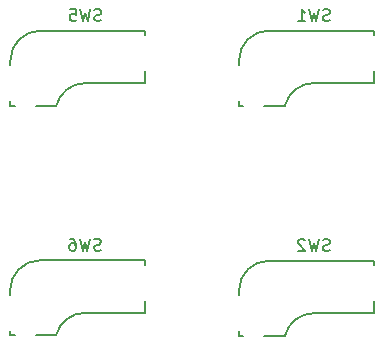
<source format=gbr>
%TF.GenerationSoftware,KiCad,Pcbnew,8.0.8*%
%TF.CreationDate,2025-06-15T23:17:14+08:00*%
%TF.ProjectId,2x2,3278322e-6b69-4636-9164-5f7063625858,rev?*%
%TF.SameCoordinates,Original*%
%TF.FileFunction,Legend,Bot*%
%TF.FilePolarity,Positive*%
%FSLAX46Y46*%
G04 Gerber Fmt 4.6, Leading zero omitted, Abs format (unit mm)*
G04 Created by KiCad (PCBNEW 8.0.8) date 2025-06-15 23:17:14*
%MOMM*%
%LPD*%
G01*
G04 APERTURE LIST*
%ADD10C,0.150000*%
G04 APERTURE END LIST*
D10*
X94043332Y-54483800D02*
X93900475Y-54531419D01*
X93900475Y-54531419D02*
X93662380Y-54531419D01*
X93662380Y-54531419D02*
X93567142Y-54483800D01*
X93567142Y-54483800D02*
X93519523Y-54436180D01*
X93519523Y-54436180D02*
X93471904Y-54340942D01*
X93471904Y-54340942D02*
X93471904Y-54245704D01*
X93471904Y-54245704D02*
X93519523Y-54150466D01*
X93519523Y-54150466D02*
X93567142Y-54102847D01*
X93567142Y-54102847D02*
X93662380Y-54055228D01*
X93662380Y-54055228D02*
X93852856Y-54007609D01*
X93852856Y-54007609D02*
X93948094Y-53959990D01*
X93948094Y-53959990D02*
X93995713Y-53912371D01*
X93995713Y-53912371D02*
X94043332Y-53817133D01*
X94043332Y-53817133D02*
X94043332Y-53721895D01*
X94043332Y-53721895D02*
X93995713Y-53626657D01*
X93995713Y-53626657D02*
X93948094Y-53579038D01*
X93948094Y-53579038D02*
X93852856Y-53531419D01*
X93852856Y-53531419D02*
X93614761Y-53531419D01*
X93614761Y-53531419D02*
X93471904Y-53579038D01*
X93138570Y-53531419D02*
X92900475Y-54531419D01*
X92900475Y-54531419D02*
X92709999Y-53817133D01*
X92709999Y-53817133D02*
X92519523Y-54531419D01*
X92519523Y-54531419D02*
X92281428Y-53531419D01*
X91471904Y-53531419D02*
X91662380Y-53531419D01*
X91662380Y-53531419D02*
X91757618Y-53579038D01*
X91757618Y-53579038D02*
X91805237Y-53626657D01*
X91805237Y-53626657D02*
X91900475Y-53769514D01*
X91900475Y-53769514D02*
X91948094Y-53959990D01*
X91948094Y-53959990D02*
X91948094Y-54340942D01*
X91948094Y-54340942D02*
X91900475Y-54436180D01*
X91900475Y-54436180D02*
X91852856Y-54483800D01*
X91852856Y-54483800D02*
X91757618Y-54531419D01*
X91757618Y-54531419D02*
X91567142Y-54531419D01*
X91567142Y-54531419D02*
X91471904Y-54483800D01*
X91471904Y-54483800D02*
X91424285Y-54436180D01*
X91424285Y-54436180D02*
X91376666Y-54340942D01*
X91376666Y-54340942D02*
X91376666Y-54102847D01*
X91376666Y-54102847D02*
X91424285Y-54007609D01*
X91424285Y-54007609D02*
X91471904Y-53959990D01*
X91471904Y-53959990D02*
X91567142Y-53912371D01*
X91567142Y-53912371D02*
X91757618Y-53912371D01*
X91757618Y-53912371D02*
X91852856Y-53959990D01*
X91852856Y-53959990D02*
X91900475Y-54007609D01*
X91900475Y-54007609D02*
X91948094Y-54102847D01*
X94068732Y-35027400D02*
X93925875Y-35075019D01*
X93925875Y-35075019D02*
X93687780Y-35075019D01*
X93687780Y-35075019D02*
X93592542Y-35027400D01*
X93592542Y-35027400D02*
X93544923Y-34979780D01*
X93544923Y-34979780D02*
X93497304Y-34884542D01*
X93497304Y-34884542D02*
X93497304Y-34789304D01*
X93497304Y-34789304D02*
X93544923Y-34694066D01*
X93544923Y-34694066D02*
X93592542Y-34646447D01*
X93592542Y-34646447D02*
X93687780Y-34598828D01*
X93687780Y-34598828D02*
X93878256Y-34551209D01*
X93878256Y-34551209D02*
X93973494Y-34503590D01*
X93973494Y-34503590D02*
X94021113Y-34455971D01*
X94021113Y-34455971D02*
X94068732Y-34360733D01*
X94068732Y-34360733D02*
X94068732Y-34265495D01*
X94068732Y-34265495D02*
X94021113Y-34170257D01*
X94021113Y-34170257D02*
X93973494Y-34122638D01*
X93973494Y-34122638D02*
X93878256Y-34075019D01*
X93878256Y-34075019D02*
X93640161Y-34075019D01*
X93640161Y-34075019D02*
X93497304Y-34122638D01*
X93163970Y-34075019D02*
X92925875Y-35075019D01*
X92925875Y-35075019D02*
X92735399Y-34360733D01*
X92735399Y-34360733D02*
X92544923Y-35075019D01*
X92544923Y-35075019D02*
X92306828Y-34075019D01*
X91449685Y-34075019D02*
X91925875Y-34075019D01*
X91925875Y-34075019D02*
X91973494Y-34551209D01*
X91973494Y-34551209D02*
X91925875Y-34503590D01*
X91925875Y-34503590D02*
X91830637Y-34455971D01*
X91830637Y-34455971D02*
X91592542Y-34455971D01*
X91592542Y-34455971D02*
X91497304Y-34503590D01*
X91497304Y-34503590D02*
X91449685Y-34551209D01*
X91449685Y-34551209D02*
X91402066Y-34646447D01*
X91402066Y-34646447D02*
X91402066Y-34884542D01*
X91402066Y-34884542D02*
X91449685Y-34979780D01*
X91449685Y-34979780D02*
X91497304Y-35027400D01*
X91497304Y-35027400D02*
X91592542Y-35075019D01*
X91592542Y-35075019D02*
X91830637Y-35075019D01*
X91830637Y-35075019D02*
X91925875Y-35027400D01*
X91925875Y-35027400D02*
X91973494Y-34979780D01*
X113423532Y-54509200D02*
X113280675Y-54556819D01*
X113280675Y-54556819D02*
X113042580Y-54556819D01*
X113042580Y-54556819D02*
X112947342Y-54509200D01*
X112947342Y-54509200D02*
X112899723Y-54461580D01*
X112899723Y-54461580D02*
X112852104Y-54366342D01*
X112852104Y-54366342D02*
X112852104Y-54271104D01*
X112852104Y-54271104D02*
X112899723Y-54175866D01*
X112899723Y-54175866D02*
X112947342Y-54128247D01*
X112947342Y-54128247D02*
X113042580Y-54080628D01*
X113042580Y-54080628D02*
X113233056Y-54033009D01*
X113233056Y-54033009D02*
X113328294Y-53985390D01*
X113328294Y-53985390D02*
X113375913Y-53937771D01*
X113375913Y-53937771D02*
X113423532Y-53842533D01*
X113423532Y-53842533D02*
X113423532Y-53747295D01*
X113423532Y-53747295D02*
X113375913Y-53652057D01*
X113375913Y-53652057D02*
X113328294Y-53604438D01*
X113328294Y-53604438D02*
X113233056Y-53556819D01*
X113233056Y-53556819D02*
X112994961Y-53556819D01*
X112994961Y-53556819D02*
X112852104Y-53604438D01*
X112518770Y-53556819D02*
X112280675Y-54556819D01*
X112280675Y-54556819D02*
X112090199Y-53842533D01*
X112090199Y-53842533D02*
X111899723Y-54556819D01*
X111899723Y-54556819D02*
X111661628Y-53556819D01*
X111328294Y-53652057D02*
X111280675Y-53604438D01*
X111280675Y-53604438D02*
X111185437Y-53556819D01*
X111185437Y-53556819D02*
X110947342Y-53556819D01*
X110947342Y-53556819D02*
X110852104Y-53604438D01*
X110852104Y-53604438D02*
X110804485Y-53652057D01*
X110804485Y-53652057D02*
X110756866Y-53747295D01*
X110756866Y-53747295D02*
X110756866Y-53842533D01*
X110756866Y-53842533D02*
X110804485Y-53985390D01*
X110804485Y-53985390D02*
X111375913Y-54556819D01*
X111375913Y-54556819D02*
X110756866Y-54556819D01*
X113423532Y-35027400D02*
X113280675Y-35075019D01*
X113280675Y-35075019D02*
X113042580Y-35075019D01*
X113042580Y-35075019D02*
X112947342Y-35027400D01*
X112947342Y-35027400D02*
X112899723Y-34979780D01*
X112899723Y-34979780D02*
X112852104Y-34884542D01*
X112852104Y-34884542D02*
X112852104Y-34789304D01*
X112852104Y-34789304D02*
X112899723Y-34694066D01*
X112899723Y-34694066D02*
X112947342Y-34646447D01*
X112947342Y-34646447D02*
X113042580Y-34598828D01*
X113042580Y-34598828D02*
X113233056Y-34551209D01*
X113233056Y-34551209D02*
X113328294Y-34503590D01*
X113328294Y-34503590D02*
X113375913Y-34455971D01*
X113375913Y-34455971D02*
X113423532Y-34360733D01*
X113423532Y-34360733D02*
X113423532Y-34265495D01*
X113423532Y-34265495D02*
X113375913Y-34170257D01*
X113375913Y-34170257D02*
X113328294Y-34122638D01*
X113328294Y-34122638D02*
X113233056Y-34075019D01*
X113233056Y-34075019D02*
X112994961Y-34075019D01*
X112994961Y-34075019D02*
X112852104Y-34122638D01*
X112518770Y-34075019D02*
X112280675Y-35075019D01*
X112280675Y-35075019D02*
X112090199Y-34360733D01*
X112090199Y-34360733D02*
X111899723Y-35075019D01*
X111899723Y-35075019D02*
X111661628Y-34075019D01*
X110756866Y-35075019D02*
X111328294Y-35075019D01*
X111042580Y-35075019D02*
X111042580Y-34075019D01*
X111042580Y-34075019D02*
X111137818Y-34217876D01*
X111137818Y-34217876D02*
X111233056Y-34313114D01*
X111233056Y-34313114D02*
X111328294Y-34360733D01*
%TO.C,SW6*%
X90245838Y-61715560D02*
G75*
G02*
X92710000Y-59791599I2464162J-616039D01*
G01*
X86360000Y-57886600D02*
G75*
G02*
X88900000Y-55346600I2540001J-1D01*
G01*
X97790000Y-59791600D02*
X92710000Y-59791600D01*
X97790000Y-58775600D02*
X97790000Y-59791600D01*
X97790000Y-55346600D02*
X97790000Y-55727600D01*
X90245838Y-61696600D02*
X88519000Y-61696600D01*
X88900000Y-55346600D02*
X97790000Y-55346600D01*
X86741000Y-61696600D02*
X86360000Y-61696600D01*
X86360000Y-61315600D02*
X86360000Y-61696600D01*
X86360000Y-57886600D02*
X86360000Y-58267600D01*
%TO.C,SW5*%
X86385400Y-38430200D02*
X86385400Y-38811200D01*
X86385400Y-41859200D02*
X86385400Y-42240200D01*
X86766400Y-42240200D02*
X86385400Y-42240200D01*
X88925400Y-35890200D02*
X97815400Y-35890200D01*
X90271238Y-42240200D02*
X88544400Y-42240200D01*
X97815400Y-35890200D02*
X97815400Y-36271200D01*
X97815400Y-39319200D02*
X97815400Y-40335200D01*
X97815400Y-40335200D02*
X92735400Y-40335200D01*
X86385400Y-38430200D02*
G75*
G02*
X88925400Y-35890200I2540001J-1D01*
G01*
X90271238Y-42259160D02*
G75*
G02*
X92735400Y-40335199I2464162J-616039D01*
G01*
%TO.C,SW2*%
X109626038Y-61740960D02*
G75*
G02*
X112090200Y-59816999I2464162J-616039D01*
G01*
X105740200Y-57912000D02*
G75*
G02*
X108280200Y-55372000I2540001J-1D01*
G01*
X117170200Y-59817000D02*
X112090200Y-59817000D01*
X117170200Y-58801000D02*
X117170200Y-59817000D01*
X117170200Y-55372000D02*
X117170200Y-55753000D01*
X109626038Y-61722000D02*
X107899200Y-61722000D01*
X108280200Y-55372000D02*
X117170200Y-55372000D01*
X106121200Y-61722000D02*
X105740200Y-61722000D01*
X105740200Y-61341000D02*
X105740200Y-61722000D01*
X105740200Y-57912000D02*
X105740200Y-58293000D01*
%TO.C,SW1*%
X105740200Y-38430200D02*
X105740200Y-38811200D01*
X105740200Y-41859200D02*
X105740200Y-42240200D01*
X106121200Y-42240200D02*
X105740200Y-42240200D01*
X108280200Y-35890200D02*
X117170200Y-35890200D01*
X109626038Y-42240200D02*
X107899200Y-42240200D01*
X117170200Y-35890200D02*
X117170200Y-36271200D01*
X117170200Y-39319200D02*
X117170200Y-40335200D01*
X117170200Y-40335200D02*
X112090200Y-40335200D01*
X105740200Y-38430200D02*
G75*
G02*
X108280200Y-35890200I2540001J-1D01*
G01*
X109626038Y-42259160D02*
G75*
G02*
X112090200Y-40335199I2464162J-616039D01*
G01*
%TD*%
M02*

</source>
